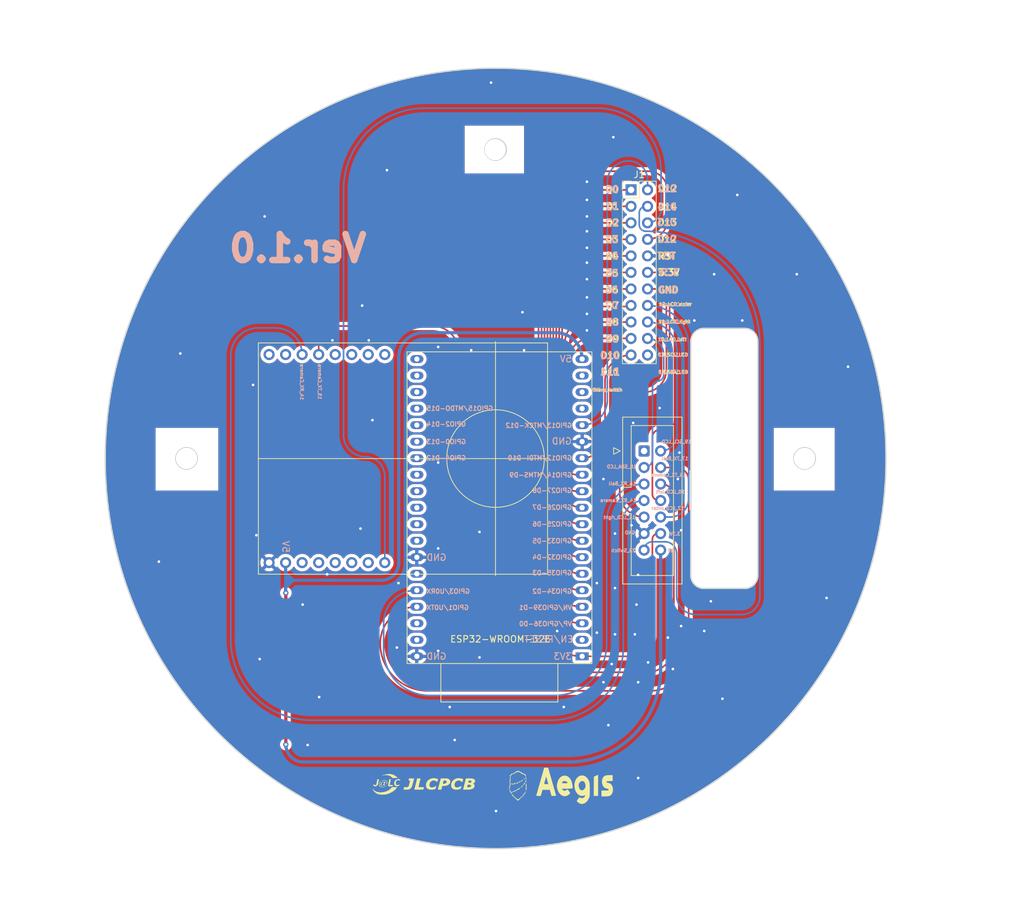
<source format=kicad_pcb>
(kicad_pcb (version 20221018) (generator pcbnew)
  (layers (0 "F.Cu" signal) (31 "B.Cu" signal) (34 "B.Paste" user) (35 "F.Paste" user) (36 "B.SilkS" user "B.Silkscreen") (37 "F.SilkS" user "F.Silkscreen") (38 "B.Mask" user) (39 "F.Mask" user) (44 "Edge.Cuts" user))
  (net 0 "")
  (net 1 "+3.3V")
  (net 7 "IR_board_RX")
  (net 8 "IR_board_TX")
  (net 9 "GND")
  (net 13 "+5V")
  (net 19 "TX_camera")
  (net 20 "RX_camera")
  (net 23 "RST")
  (net 40 "SCL_LCD")
  (net 41 "SDA_LCD")
  (net 42 "Start_switch")
  (net 43 "Data_IR_sensor")
  (net 44 "LCD-TeensyD10")
  (net 45 "LCD-TeensyD11")
  (net 46 "LCD-TeensyD12")
  (net 47 "IR_Data6_Upside")
  (net 48 "S0")
  (net 49 "S1")
  (net 50 "S2")
  (net 51 "S3")
  (net 52 "E")
  (net 53 "IR_Data1_Upside")
  (net 54 "IR_Data2_Upside")
  (net 55 "IR_Data3_Upside")
  (net 56 "IR_Data4_Upside")
  (net 57 "IR_Data5_Upside")
  (footprint "JLCPCB:JLCPCB" (layer "F.Cu") (at 108.966 150.876)
    (fp_text reference "G***" hide)
    (fp_text value "LOGO" hide)
  )
  (footprint "Connector_PinHeader_2.54mm:PinHeader_2x11_P2.54mm_Vertical" (layer "F.Cu") (at 140.8938 59.4106)
    (fp_text reference "J1" (at 1.27 -2.33) (layer "F.SilkS"))
    (fp_text value "Conn_02x11_Odd_Even")
    (pad "1" thru_hole rect (at 0 0) (size 1.7 1.7) (drill 1) (layers "*.Cu" "*.Mask") (net 43 "Data_IR_sensor"))
    (pad "2" thru_hole oval (at 2.54 0) (size 1.7 1.7) (drill 1) (layers "*.Cu" "*.Mask") (net 47 "IR_Data6_Upside"))
    (pad "3" thru_hole oval (at 0 2.54) (size 1.7 1.7) (drill 1) (layers "*.Cu" "*.Mask") (net 48 "S0"))
    (pad "4" thru_hole oval (at 2.54 2.54) (size 1.7 1.7) (drill 1) (layers "*.Cu" "*.Mask") (net 42 "Start_switch"))
    (pad "5" thru_hole oval (at 0 5.08) (size 1.7 1.7) (drill 1) (layers "*.Cu" "*.Mask") (net 49 "S1"))
    (pad "6" thru_hole oval (at 2.54 5.08) (size 1.7 1.7) (drill 1) (layers "*.Cu" "*.Mask") (net 23 "RST"))
    (pad "7" thru_hole oval (at 0 7.62) (size 1.7 1.7) (drill 1) (layers "*.Cu" "*.Mask") (net 50 "S2"))
    (pad "8" thru_hole oval (at 2.54 7.62) (size 1.7 1.7) (drill 1) (layers "*.Cu" "*.Mask") (net 1 "+3.3V"))
    (pad "9" thru_hole oval (at 0 10.16) (size 1.7 1.7) (drill 1) (layers "*.Cu" "*.Mask") (net 51 "S3"))
    (pad "10" thru_hole oval (at 2.54 10.16) (size 1.7 1.7) (drill 1) (layers "*.Cu" "*.Mask") (net 9 "GND"))
    (pad "11" thru_hole oval (at 0 12.7) (size 1.7 1.7) (drill 1) (layers "*.Cu" "*.Mask") (net 52 "E"))
    (pad "12" thru_hole oval (at 2.54 12.7) (size 1.7 1.7) (drill 1) (layers "*.Cu" "*.Mask") (net 44 "LCD-TeensyD10"))
    (pad "13" thru_hole oval (at 0 15.24) (size 1.7 1.7) (drill 1) (layers "*.Cu" "*.Mask") (net 53 "IR_Data1_Upside"))
    (pad "14" thru_hole oval (at 2.54 15.24) (size 1.7 1.7) (drill 1) (layers "*.Cu" "*.Mask") (net 45 "LCD-TeensyD11"))
    (pad "15" thru_hole oval (at 0 17.78) (size 1.7 1.7) (drill 1) (layers "*.Cu" "*.Mask") (net 54 "IR_Data2_Upside"))
    (pad "16" thru_hole oval (at 2.54 17.78) (size 1.7 1.7) (drill 1) (layers "*.Cu" "*.Mask") (net 46 "LCD-TeensyD12"))
    (pad "17" thru_hole oval (at 0 20.32) (size 1.7 1.7) (drill 1) (layers "*.Cu" "*.Mask") (net 55 "IR_Data3_Upside"))
    (pad "18" thru_hole oval (at 2.54 20.32) (size 1.7 1.7) (drill 1) (layers "*.Cu" "*.Mask") (net 40 "SCL_LCD"))
    (pad "19" thru_hole oval (at 0 22.86) (size 1.7 1.7) (drill 1) (layers "*.Cu" "*.Mask") (net 56 "IR_Data4_Upside"))
    (pad "20" thru_hole oval (at 2.54 22.86) (size 1.7 1.7) (drill 1) (layers "*.Cu" "*.Mask") (net 41 "SDA_LCD"))
    (pad "21" thru_hole oval (at 0 25.4) (size 1.7 1.7) (drill 1) (layers "*.Cu" "*.Mask") (net 57 "IR_Data5_Upside"))
    (pad "22" thru_hole oval (at 2.54 25.4) (size 1.7 1.7) (drill 1) (layers "*.Cu" "*.Mask"))
  )
  (footprint "ESP32mod:ESP32-DevKitC" (layer "F.Cu") (at 133.3754 131.15 180)
    (fp_text reference "ESP1" hide)
    (fp_text value "~" hide)
    (fp_text user "GPIO14/MTMS-D9" (at 1.5 27.88728 unlocked) (layer "B.SilkS") (effects (font (size 0.7 0.7)) (justify left mirror)))
    (fp_text user "GND" (at 1.5 33.08728 unlocked) (layer "B.SilkS") (effects (justify left mirror)))
    (fp_text user "GPIO3/U0RX" (at 24 10 unlocked) (layer "B.SilkS") (effects (font (size 0.7 0.7)) (justify right mirror)))
    (fp_text user "GPIO12/MTDI-D10" (at 1.5 30.5 unlocked) (layer "B.SilkS") (effects (font (size 0.7 0.7)) (justify left mirror)))
    (fp_text user "GPIO35-D3" (at 1.5 12.83728 unlocked) (layer "B.SilkS") (effects (font (size 0.7 0.7)) (justify left mirror)))
    (fp_text user "GPIO26-D7" (at 1.5 22.90728 unlocked) (layer "B.SilkS") (effects (font (size 0.7 0.7)) (justify left mirror)))
    (fp_text user "GPIO25-D6" (at 1.5 20.33728 unlocked) (layer "B.SilkS") (effects (font (size 0.7 0.7)) (justify left mirror)))
    (fp_text user "GPIO4-D12" (at 24 30.5 unlocked) (layer "B.SilkS") (effects (font (size 0.7 0.7)) (justify right mirror)))
    (fp_text user "VN/GPIO39-D1" (at 1.5 7.5 unlocked) (layer "B.SilkS") (effects (font (size 0.7 0.7)) (justify left mirror)))
    (fp_text user "GPIO32-D4" (at 1.5 15.24728 unlocked) (layer "B.SilkS") (effects (font (size 0.7 0.7)) (justify left mirror)))
    (fp_text user "GND" (at 24 15.20728 unlocked) (layer "B.SilkS") (effects (justify right mirror)))
    (fp_text user "GPIO1/U0TX" (at 24 7.5 unlocked) (layer "B.SilkS") (effects (font (size 0.7 0.7)) (justify right mirror)))
    (fp_text user "5V" (at 1.5 45.73728 unlocked) (layer "B.SilkS") (effects (justify left mirror)))
    (fp_text user "3V3" (at 1.5 0 unlocked) (layer "B.SilkS") (effects (justify left mirror)))
    (fp_text user "GPIO15/MTDO-D15" (at 24 38.12728 unlocked) (layer "B.SilkS") (effects (font (size 0.7 0.7)) (justify right mirror)))
    (fp_text user "GPIO13/MTCK-D12" (at 1.5 35.5 unlocked) (layer "B.SilkS") (effects (font (size 0.7 0.7)) (justify left mirror)))
    (fp_text user "GPIO0-D13" (at 24 33 unlocked) (layer "B.SilkS") (effects (font (size 0.7 0.7)) (justify right mirror)))
    (fp_text user "GPIO34-D2" (at 1.5 10 unlocked) (layer "B.SilkS") (effects (font (size 0.7 0.7)) (justify left mirror)))
    (fp_text user "GPIO2-D14" (at 24 35.70728 unlocked) (layer "B.SilkS") (effects (font (size 0.7 0.7)) (justify right mirror)))
    (fp_text user "GPIO27-D8" (at 1.5 25.5 unlocked) (layer "B.SilkS") (effects (font (size 0.7 0.7)) (justify left mirror)))
    (fp_text user "EN/RESET" (at 9 2.63728 unlocked) (layer "B.SilkS") (effects (justify right mirror)))
    (fp_text user "GND" (at 24 0 unlocked) (layer "B.SilkS") (effects (justify right mirror)))
    (fp_text user "VP/GPIO36-D0" (at 1.5 5 unlocked) (layer "B.SilkS") (effects (font (size 0.7 0.7)) (justify left mirror)))
    (fp_text user "GPIO33-D5" (at 1.5 17.74728 unlocked) (layer "B.SilkS") (effects (font (size 0.7 0.7)) (justify left mirror)))
    (pad "1" thru_hole rect (at 0 0 90) (size 1.2 2) (drill 0.8) (layers "*.Cu" "*.Mask") (net 1 "+3.3V"))
    (pad "2" thru_hole oval (at 0 2.54 90) (size 1.2 2) (drill 0.8) (layers "*.Cu" "*.Mask"))
    (pad "3" thru_hole oval (at 0 5.08 90) (size 1.2 2) (drill 0.8) (layers "*.Cu" "*.Mask") (net 43 "Data_IR_sensor"))
    (pad "4" thru_hole oval (at 0 7.62 90) (size 1.2 2) (drill 0.8) (layers "*.Cu" "*.Mask") (net 48 "S0"))
    (pad "5" thru_hole oval (at 0 10.16 90) (size 1.2 2) (drill 0.8) (layers "*.Cu" "*.Mask") (net 49 "S1"))
    (pad "6" thru_hole oval (at 0 12.7 90) (size 1.2 2) (drill 0.8) (layers "*.Cu" "*.Mask") (net 50 "S2"))
    (pad "7" thru_hole oval (at 0 15.24 90) (size 1.2 2) (drill 0.8) (layers "*.Cu" "*.Mask") (net 51 "S3"))
    (pad "8" thru_hole oval (at 0 17.78 90) (size 1.2 2) (drill 0.8) (layers "*.Cu" "*.Mask") (net 52 "E"))
    (pad "9" thru_hole oval (at 0 20.32 90) (size 1.2 2) (drill 0.8) (layers "*.Cu" "*.Mask") (net 53 "IR_Data1_Upside"))
    (pad "10" thru_hole oval (at 0 22.86 90) (size 1.2 2) (drill 0.8) (layers "*.Cu" "*.Mask") (net 54 "IR_Data2_Upside"))
    (pad "11" thru_hole oval (at 0 25.4 90) (size 1.2 2) (drill 0.8) (layers "*.Cu" "*.Mask") (net 55 "IR_Data3_Upside"))
    (pad "12" thru_hole oval (at 0 27.94 90) (size 1.2 2) (drill 0.8) (layers "*.Cu" "*.Mask") (net 56 "IR_Data4_Upside"))
    (pad "13" thru_hole oval (at 0 30.48 90) (size 1.2 2) (drill 0.8) (layers "*.Cu" "*.Mask") (net 57 "IR_Data5_Upside"))
    (pad "14" thru_hole oval (at 0 33.02 90) (size 1.2 2) (drill 0.8) (layers "*.Cu" "*.Mask") (net 9 "GND"))
    (pad "15" thru_hole oval (at 0 35.56 90) (size 1.2 2) (drill 0.8) (layers "*.Cu" "*.Mask") (net 47 "IR_Data6_Upside"))
    (pad "16" thru_hole oval (at 0 38.1 90) (size 1.2 2) (drill 0.8) (layers "*.Cu" "*.Mask"))
    (pad "17" thru_hole oval (at 0 40.64 90) (size 1.2 2) (drill 0.8) (layers "*.Cu" "*.Mask"))
    (pad "18" thru_hole oval (at 0 43.18 90) (size 1.2 2) (drill 0.8) (layers "*.Cu" "*.Mask"))
    (pad "19" thru_hole oval (at 0 45.72 90) (size 1.2 2) (drill 0.8) (layers "*.Cu" "*.Mask") (net 13 "+5V"))
    (pad "20" thru_hole oval (at 25.39632 45.71728 90) (size 1.2 2) (drill 0.8) (layers "*.Cu" "*.Mask"))
    (pad "21" thru_hole oval (at 25.39632 43.17728 90) (size 1.2 2) (drill 0.8) (layers "*.Cu" "*.Mask"))
    (pad "22" thru_hole oval (at 25.4 40.64 90) (size 1.2 2) (drill 0.8) (layers "*.Cu" "*.Mask"))
    (pad "23" thru_hole oval (at 25.4 38.1 90) (size 1.2 2) (drill 0.8) (layers "*.Cu" "*.Mask"))
    (pad "24" thru_hole oval (at 25.4 35.56 90) (size 1.2 2) (drill 0.8) (layers "*.Cu" "*.Mask"))
    (pad "25" thru_hole oval (at 25.4 33.02 90) (size 1.2 2) (drill 0.8) (layers "*.Cu" "*.Mask"))
    (pad "26" thru_hole oval (at 25.4 30.48 90) (size 1.2 2) (drill 0.8) (layers "*.Cu" "*.Mask"))
    (pad "27" thru_hole oval (at 25.4 27.94 90) (size 1.2 2) (drill 0.8) (layers "*.Cu" "*.Mask"))
    (pad "28" thru_hole oval (at 25.4 25.4 90) (size 1.2 2) (drill 0.8) (layers "*.Cu" "*.Mask"))
    (pad "29" thru_hole oval (at 25.4 22.86 90) (size 1.2 2) (drill 0.8) (layers "*.Cu" "*.Mask"))
    (pad "30" thru_hole oval (at 25.4 20.32 90) (size 1.2 2) (drill 0.8) (layers "*.Cu" "*.Mask"))
    (pad "31" thru_hole oval (at 25.4 17.78 90) (size 1.2 2) (drill 0.8) (layers "*.Cu" "*.Mask"))
    (pad "32" thru_hole oval (at 25.4 15.24 90) (size 1.2 2) (drill 0.8) (layers "*.Cu" "*.Mask") (net 9 "GND"))
    (pad "33" thru_hole oval (at 25.4 12.7 90) (size 1.2 2) (drill 0.8) (layers "*.Cu" "*.Mask"))
    (pad "34" thru_hole oval (at 25.4 10.16 90) (size 1.2 2) (drill 0.8) (layers "*.Cu" "*.Mask") (net 7 "IR_board_RX"))
    (pad "35" thru_hole oval (at 25.4 7.62 90) (size 1.2 2) (drill 0.8) (layers "*.Cu" "*.Mask") (net 8 "IR_board_TX"))
    (pad "36" thru_hole oval (at 25.4 5.08 90) (size 1.2 2) (drill 0.8) (layers "*.Cu" "*.Mask"))
    (pad "37" thru_hole oval (at 25.4 2.54 90) (size 1.2 2) (drill 0.8) (layers "*.Cu" "*.Mask"))
    (pad "38" thru_hole oval (at 25.4 0 90) (size 1.2 2) (drill 0.8) (layers "*.Cu" "*.Mask") (net 9 "GND"))
  )
  (footprint "MountingHole:MountingHole_3.2mm_M3" (layer "F.Cu") (at 72.58 100.71)
    (fp_text reference "REF**" hide)
    (fp_text value "MountingHole_3.2mm_M3")
    (pad "" np_thru_hole circle (at 0 0) (size 3.2 3.2) (drill 3.2) (layers "F&B.Cu" "*.Mask"))
  )
  (footprint "MountingHole:MountingHole_3.2mm_M3" (layer "F.Cu") (at 120.02 53.23)
    (fp_text reference "REF**" hide)
    (fp_text value "MountingHole_3.2mm_M3")
    (pad "" np_thru_hole circle (at 0 0) (size 3.2 3.2) (drill 3.2) (layers "*.Cu" "*.Mask"))
  )
  (footprint "Connector_IDC:IDC-Header_2x07_P2.54mm_Vertical" (layer "F.Cu") (at 142.9004 99.568)
    (fp_text reference "J2" hide)
    (fp_text value "Conn_02x07_Top_Bottom")
    (pad "1" thru_hole roundrect (at 0 0) (size 1.7 1.7) (drill 1) (layers "*.Cu" "*.Mask") (roundrect_rratio 0.1470588235))
    (pad "2" thru_hole circle (at 2.54 0) (size 1.7 1.7) (drill 1) (layers "*.Cu" "*.Mask") (net 40 "SCL_LCD"))
    (pad "3" thru_hole circle (at 0 2.54) (size 1.7 1.7) (drill 1) (layers "*.Cu" "*.Mask") (net 41 "SDA_LCD"))
    (pad "4" thru_hole circle (at 2.54 2.54) (size 1.7 1.7) (drill 1) (layers "*.Cu" "*.Mask") (net 8 "IR_board_TX"))
    (pad "5" thru_hole circle (at 0 5.08) (size 1.7 1.7) (drill 1) (layers "*.Cu" "*.Mask") (net 7 "IR_board_RX"))
    (pad "6" thru_hole circle (at 2.54 5.08) (size 1.7 1.7) (drill 1) (layers "*.Cu" "*.Mask") (net 19 "TX_camera"))
    (pad "7" thru_hole circle (at 0 7.62) (size 1.7 1.7) (drill 1) (layers "*.Cu" "*.Mask") (net 20 "RX_camera"))
    (pad "8" thru_hole circle (at 2.54 7.62) (size 1.7 1.7) (drill 1) (layers "*.Cu" "*.Mask") (net 44 "LCD-TeensyD10"))
    (pad "9" thru_hole circle (at 0 10.16) (size 1.7 1.7) (drill 1) (layers "*.Cu" "*.Mask") (net 45 "LCD-TeensyD11"))
    (pad "10" thru_hole circle (at 2.54 10.16) (size 1.7 1.7) (drill 1) (layers "*.Cu" "*.Mask") (net 46 "LCD-TeensyD12"))
    (pad "11" thru_hole circle (at 0 12.7) (size 1.7 1.7) (drill 1) (layers "*.Cu" "*.Mask") (net 9 "GND"))
    (pad "12" thru_hole circle (at 2.54 12.7) (size 1.7 1.7) (drill 1) (layers "*.Cu" "*.Mask") (net 1 "+3.3V"))
    (pad "13" thru_hole circle (at 0 15.24) (size 1.7 1.7) (drill 1) (layers "*.Cu" "*.Mask") (net 42 "Start_switch"))
    (pad "14" thru_hole circle (at 2.54 15.24) (size 1.7 1.7) (drill 1) (layers "*.Cu" "*.Mask") (net 13 "+5V"))
  )
  (footprint "Aegis:ver4" (layer "F.Cu") (at 129.794 150.876)
    (fp_text reference "G***" hide)
    (fp_text value "LOGO" hide)
  )
  (footprint "MountingHole:MountingHole_3.2mm_M3" (layer "F.Cu") (at 167.57 100.72)
    (fp_text reference "REF**" hide)
    (fp_text value "MountingHole_3.2mm_M3")
    (pad "" np_thru_hole circle (at 0 0) (size 3.2 3.2) (drill 3.2) (layers "F&B.Cu" "*.Mask"))
  )
  (footprint "Open_MV:OpenMV" (layer "F.Cu") (at 128.0668 100.7364 -90)
    (fp_text reference "U17" hide)
    (fp_text value "open_mv")
    (pad "1" thru_hole circle (at -16 25.019 270) (size 1.7 1.7) (drill 1) (layers "*.Cu" "*.Mask"))
    (pad "2" thru_hole circle (at -16 27.559 270) (size 1.7 1.7) (drill 1) (layers "*.Cu" "*.Mask"))
    (pad "3" thru_hole circle (at -16 30.099 270) (size 1.7 1.7) (drill 1) (layers "*.Cu" "*.Mask"))
    (pad "4" thru_hole circle (at -16 32.639 270) (size 1.7 1.7) (drill 1) (layers "*.Cu" "*.Mask"))
    (pad "5" thru_hole circle (at -16 35.179 270) (size 1.7 1.7) (drill 1) (layers "*.Cu" "*.Mask") (net 19 "TX_camera"))
    (pad "6" thru_hole circle (at -16 37.719 270) (size 1.7 1.7) (drill 1) (layers "*.Cu" "*.Mask") (net 20 "RX_camera"))
    (pad "7" thru_hole circle (at -16 40.259 270) (size 1.7 1.7) (drill 1) (layers "*.Cu" "*.Mask"))
    (pad "8" thru_hole circle (at -16 42.799 270) (size 1.7 1.7) (drill 1) (layers "*.Cu" "*.Mask"))
    (pad "9" thru_hole circle (at 16 25.019 270) (size 1.7 1.7) (drill 1) (layers "*.Cu" "*.Mask") (net 23 "RST"))
    (pad "10" thru_hole circle (at 16 27.559 270) (size 1.7 1.7) (drill 1) (layers "*.Cu" "*.Mask"))
    (pad "11" thru_hole circle (at 16 30.099 270) (size 1.7 1.7) (drill 1) (layers "*.Cu" "*.Mask"))
    (pad "12" thru_hole circle (at 16 32.639 270) (size 1.7 1.7) (drill 1) (layers "*.Cu" "*.Mask"))
    (pad "13" thru_hole circle (at 16 35.179 270) (size 1.7 1.7) (drill 1) (layers "*.Cu" "*.Mask"))
    (pad "14" thru_hole circle (at 16 37.719 270) (size 1.7 1.7) (drill 1) (layers "*.Cu" "*.Mask"))
    (pad "15" thru_hole circle (at 16 40.259 270) (size 1.7 1.7) (drill 1) (layers "*.Cu" "*.Mask") (net 13 "+5V"))
    (pad "16" thru_hole circle (at 16 42.799 270) (size 1.7 1.7) (drill 1) (layers "*.Cu" "*.Mask") (net 9 "GND"))
  )
  (gr_line (start 160.391289 82.71) (end 160.391289 118.71) (stroke (width 0.2)) (layer "Edge.Cuts"))
  (gr_line (start 150.08 118.71) (end 150.08 82.71) (stroke (width 0.2)) (layer "Edge.Cuts"))
  (gr_circle (center 72.58 100.71) (end 70.93 100.71) (stroke (width 0.2)) (fill none) (layer "Edge.Cuts"))
  (gr_arc (start 160.391289 118.71) (mid 159.805503 120.124214) (end 158.391289 120.71) (stroke (width 0.2)) (layer "Edge.Cuts"))
  (gr_arc (start 150.08 82.71) (mid 150.665786 81.295786) (end 152.08 80.71) (stroke (width 0.2)) (layer "Edge.Cuts"))
  (gr_arc (start 158.391289 80.71) (mid 159.805503 81.295786) (end 160.391289 82.71) (stroke (width 0.2)) (layer "Edge.Cuts"))
  (gr_line (start 158.391289 120.71) (end 152.08 120.71) (stroke (width 0.2)) (layer "Edge.Cuts"))
  (gr_circle (center 120.08 53.21) (end 118.43 53.21) (stroke (width 0.2)) (fill none) (layer "Edge.Cuts"))
  (gr_line (start 152.08 80.71) (end 158.391289 80.71) (stroke (width 0.2)) (layer "Edge.Cuts"))
  (gr_arc (start 152.08 120.71) (mid 150.665786 120.124214) (end 150.08 118.71) (stroke (width 0.2)) (layer "Edge.Cuts"))
  (gr_circle (center 167.58 100.71) (end 165.93 100.71) (stroke (width 0.2)) (fill none) (layer "Edge.Cuts"))
  (gr_circle (center 120.08 100.71) (end 60.08 100.71) (stroke (width 0.2)) (fill none) (layer "Edge.Cuts"))
  (gr_text "15_TX_Camera" (at 149.4286 103.5444) (layer "B.SilkS") (effects (font (size 0.5 0.5) (thickness 0.125) bold) (justify left bottom mirror)))
  (gr_text "D14" (at 148.0566 62.611) (layer "B.SilkS") (effects (font (size 1 1) (thickness 0.25) bold) (justify left bottom mirror)))
  (gr_text "D6" (at 139.0142 75.3872) (layer "B.SilkS") (effects (font (size 1 1) (thickness 0.25) bold) (justify left bottom mirror)))
  (gr_text "11_LCD_right\n" (at 150.0378 79.9592) (layer "B.SilkS") (effects (font (size 0.5 0.5) (thickness 0.125) bold) (justify left bottom mirror)))
  (gr_text "17_TX_Ball" (at 149.7486 101.0244) (layer "B.SilkS") (effects (font (size 0.5 0.5) (thickness 0.125) bold) (justify left bottom mirror)))
  (gr_text "D12" (at 148.0058 67.5894) (layer "B.SilkS") (effects (font (size 1 1) (thickness 0.25) bold) (justify left bottom mirror)))
  (gr_text "D13\n" (at 148.0058 64.9732) (layer "B.SilkS") (effects (font (size 1 1) (thickness 0.25) bold) (justify left bottom mirror)))
  (gr_text "Ver.1.0\n" (at 89.68 68.41) (layer "B.SilkS") (effects (font (size 4 4) (thickness 1) bold) (justify mirror)))
  (gr_text "11_LCD_right\n" (at 141.6086 110.0644) (layer "B.SilkS") (effects (font (size 0.5 0.5) (thickness 0.125) bold) (justify left bottom mirror)))
  (gr_text "15_TX_Camera" (at 92.7608 91.694 -90) (layer "B.SilkS") (effects (font (size 0.5 0.5) (thickness 0.125) bold) (justify left bottom mirror)))
  (gr_text "Start_switch" (at 139.3952 90.4494) (layer "B.SilkS") (effects (font (size 0.5 0.5) (thickness 0.125) bold) (justify left bottom mirror)))
  (gr_text "16_RX_Ball" (at 141.7086 104.8744) (layer "B.SilkS") (effects (font (size 0.5 0.5) (thickness 0.125) bold) (justify left bottom mirror)))
  (gr_text "D10" (at 139.2428 85.471) (layer "B.SilkS") (effects (font (size 1 1) (thickness 0.25) bold) (justify left bottom mirror)))
  (gr_text "D4" (at 139.065 70.1548) (layer "B.SilkS") (effects (font (size 1 1) (thickness 0.25) bold) (justify left bottom mirror)))
  (gr_text "23_Switch\n" (at 141.6786 115.1644) (layer "B.SilkS") (effects (font (size 0.5 0.5) (thickness 0.125) bold) (justify left bottom mirror)))
  (gr_text "14_RX_Camera" (at 141.7486 107.4544) (layer "B.SilkS") (effects (font (size 0.5 0.5) (thickness 0.125) bold) (justify left bottom mirror)))
  (gr_text "10_LCD_left\n" (at 149.5806 82.7024) (layer "B.SilkS") (effects (font (size 0.5 0.5) (thickness 0.125) bold) (justify left bottom mirror)))
  (gr_text "D12" (at 148.0312 59.817) (layer "B.SilkS") (effects (font (size 1 1) (thickness 0.25) bold) (justify left bottom mirror)))
  (gr_text "19_SCL_LCD" (at 149.5806 85.0392) (layer "B.SilkS") (effects (font (size 0.5 0.5) (thickness 0.125) bold) (justify left bottom mirror)))
  (gr_text "D5" (at 139.065 72.7964) (layer "B.SilkS") (effects (font (size 1 1) (thickness 0.25) bold) (justify left bottom mirror)))
  (gr_text "D8" (at 139.065 80.3402) (layer "B.SilkS") (effects (font (size 1 1) (thickness 0.25) bold) (justify left bottom mirror)))
  (gr_text "18_SDA_LCD" (at 141.7886 102.2744) (layer "B.SilkS") (effects (font (size 0.5 0.5) (thickness 0.125) bold) (justify left bottom mirror)))
  (gr_text "RST\n" (at 147.8534 70.1548) (layer "B.SilkS") (effects (font (size 1 1) (thickness 0.25) bold) (justify left bottom mirror)))
  (gr_text "12_LCD_enter\n" (at 149.1286 108.6644) (layer "B.SilkS") (effects (font (size 0.5 0.5) (thickness 0.125) bold) (justify left bottom mirror)))
  (gr_text "D9" (at 139.0904 82.931) (layer "B.SilkS") (effects (font (size 1 1) (thickness 0.25) bold) (justify left bottom mirror)))
  (gr_text "18_SDA_LCD" (at 149.6822 87.6808) (layer "B.SilkS") (effects (font (size 0.5 0.5) (thickness 0.125) bold) (justify left bottom mirror)))
  (gr_text "GND" (at 141.5686 112.4144) (layer "B.SilkS") (effects (font (size 0.5 0.5) (thickness 0.125) bold) (justify left bottom mirror)))
  (gr_text "GND" (at 148.2344 75.3872) (layer "B.SilkS") (effects (font (size 1 1) (thickness 0.25) bold) (justify left bottom mirror)))
  (gr_text "D11" (at 139.2174 87.9856) (layer "B.SilkS") (effects (font (size 1 1) (thickness 0.25) bold) (justify left bottom mirror)))
  (gr_text "10_LCD_left\n" (at 149.2086 106.1344) (layer "B.SilkS") (effects (font (size 0.5 0.5) (thickness 0.125) bold) (justify left bottom mirror)))
  (gr_text "D0" (at 139.0904 59.9694) (layer "B.SilkS") (effects (font (size 1 1) (thickness 0.25) bold) (justify left bottom mirror)))
  (gr_text "12_LCD_enter\n" (at 150.2156 77.3176) (layer "B.SilkS") (effects (font (size 0.5 0.5) (thickness 0.125) bold) (justify left bottom mirror)))
  (gr_text "D2" (at 139.0904 65.1002) (layer "B.SilkS") (effects (font (size 1 1) (thickness 0.25) bold) (justify left bottom mirror)))
  (gr_text "5V" (at 147.5486 115.2144) (layer "B.SilkS") (effects (font (size 0.5 0.5) (thickness 0.125) bold) (justify left bottom mirror)))
  (gr_text "D7" (at 139.0396 77.7748) (layer "B.SilkS") (effects (font (size 1 1) (thickness 0.25) bold) (justify left bottom mirror)))
  (gr_text "D3" (at 139.065 67.6148) (layer "B.SilkS") (effects (font (size 1 1) (thickness 0.25) bold) (justify left bottom mirror)))
  (gr_text "14_RX_Camera" (at 90.0176 91.7956 -90) (layer "B.SilkS") (effects (font (size 0.5 0.5) (thickness 0.125) bold) (justify left bottom mirror)))
  (gr_text "3.3V" (at 148.4376 72.6948) (layer "B.SilkS") (effects (font (size 1 1) (thickness 0.25) bold) (justify left bottom mirror)))
  (gr_text "3.3V" (at 148.5386 112.6044) (layer "B.SilkS") (effects (font (size 0.5 0.5) (thickness 0.125) bold) (justify left bottom mirror)))
  (gr_text "19_SCL_LCD" (at 150.2286 98.4344) (layer "B.SilkS") (effects (font (size 0.5 0.5) (thickness 0.125) bold) (justify left bottom mirror)))
  (gr_text "D1\n" (at 139.0142 62.5094) (layer "B.SilkS") (effects (font (size 1 1) (thickness 0.25) bold) (justify left bottom mirror)))
  (gr_text "5V" (at 87.8332 115.2906 -90) (layer "B.SilkS") (effects (font (size 1 1)) (justify left mirror)))
  (gr_text "D1\n" (at 136.9314 62.5348) (layer "F.SilkS") (effects (font (size 1 1) (thickness 0.25) bold) (justify left bottom)))
  (gr_text "D9" (at 136.9314 82.931) (layer "F.SilkS") (effects (font (size 1 1) (thickness 0.25) bold) (justify left bottom)))
  (gr_text "D3" (at 136.8298 67.6148) (layer "F.SilkS") (effects (font (size 1 1) (thickness 0.25) bold) (justify left bottom)))
  (gr_text "D11" (at 136.0932 88.011) (layer "F.SilkS") (effects (font (size 1 1) (thickness 0.25) bold) (justify left bottom)))
  (gr_text "D12" (at 144.8308 67.5894) (layer "F.SilkS") (effects (font (size 1 1) (thickness 0.25) bold) (justify left bottom)))
  (gr_text "12_LCD_enter\n" (at 145.1356 77.2922) (layer "F.SilkS") (effects (font (size 0.5 0.5) (thickness 0.125) bold) (justify left bottom)))
  (gr_text "D8" (at 136.8806 80.3402) (layer "F.SilkS") (effects (font (size 1 1) (thickness 0.25) bold) (justify left bottom)))
  (gr_text "Start_switch" (at 134.9756 90.4748) (layer "F.SilkS") (effects (font (size 0.5 0.5) (thickness 0.125) bold) (justify left bottom)))
  (gr_text "18_SDA_LCD" (at 145.0594 87.7316) (layer "F.SilkS") (effects (font (size 0.5 0.5) (thickness 0.125) bold) (justify left bottom)))
  (gr_text "D0" (at 136.8806 59.944) (layer "F.SilkS") (effects (font (size 1 1) (thickness 0.25) bold) (justify left bottom)))
  (gr_text "3.3V" (at 144.9324 72.6948) (layer "F.SilkS") (effects (font (size 1 1) (thickness 0.25) bold) (justify left bottom)))
  (gr_text "GND" (at 144.9578 75.3872) (layer "F.SilkS") (effects (font (size 1 1) (thickness 0.25) bold) (justify left bottom)))
  (gr_text "11_LCD_right\n" (at 145.0848 79.9846) (layer "F.SilkS") (effects (font (size 0.5 0.5) (thickness 0.125) bold) (justify left bottom)))
  (gr_text "D5" (at 136.8298 72.8218) (layer "F.SilkS") (effects (font (size 1 1) (thickness 0.25) bold) (justify left bottom)))
  (gr_text "D4" (at 136.8806 70.1802) (layer "F.SilkS") (effects (font (size 1 1) (thickness 0.25) bold) (justify left bottom)))
  (gr_text "RST\n" (at 144.8562 70.1802) (layer "F.SilkS") (effects (font (size 1 1) (thickness 0.25) bold) (justify left bottom)))
  (gr_text "D10" (at 136.0932 85.471) (layer "F.SilkS") (effects (font (size 1 1) (thickness 0.25) bold) (justify left bottom)))
  (gr_text "D6" (at 136.8298 75.3872) (layer "F.SilkS") (effects (font (size 1 1) (thickness 0.25) bold) (justify left bottom)))
  (gr_text "D7" (at 136.8806 77.8002) (layer "F.SilkS") (effects (font (size 1 1) (thickness 0.25) bold) (justify left bottom)))
  (gr_text "D14" (at 144.8816 62.6364) (layer "F.SilkS") (effects (font (size 1 1) (thickness 0.25) bold) (justify left bottom)))
  (gr_text "D13\n" (at 144.8562 64.9986) (layer "F.SilkS") (effects (font (size 1 1) (thickness 0.25) bold) (justify left bottom)))
  (gr_text "D12" (at 144.8816 59.817) (layer "F.SilkS") (effects (font (size 1 1) (thickness 0.25) bold) (justify left bottom)))
  (gr_text "10_LCD_left\n" (at 144.9578 82.7024) (layer "F.SilkS") (effects (font (size 0.5 0.5) (thickness 0.125) bold) (justify left bottom)))
  (gr_text "D2" (at 136.906 65.0494) (layer "F.SilkS") (effects (font (size 1 1) (thickness 0.25) bold) (justify left bottom)))
  (gr_text "ESP32-WROOM-32E\n" (at 120.8278 128.4986) (layer "F.SilkS") (effects (font (size 1 1))))
  (gr_text "19_SCL_LCD" (at 145.0594 85.0646) (layer "F.SilkS") (effects (font (size 0.5 0.5) (thickness 0.125) bold) (justify left bottom)))
  (segment (start 146.5 63.964399) (end 146.5 59.539754) (width 0.25) (layer "F.Cu") (net 1))
  (segment (start 144.175 113.147018) (end 144.175 127.879549) (width 0.25) (layer "F.Cu") (net 1))
  (segment (start 145.4404 112.268) (end 145.4224 112.25) (width 0.25) (layer "F.Cu") (net 1))
  (segment (start 140.904549 131.15) (end 133.3754 131.15) (width 0.25) (layer "F.Cu") (net 1))
  (segment (start 126.675 61.43206) (end 126.675 124.449605) (width 0.25) (layer "F.Cu") (net 1))
  (segment (start 143.510246 56.55) (end 131.55706 56.55) (width 0.25) (layer "F.Cu") (net 1))
  (segment (start 145.4224 112.25) (end 145.072018 112.25) (width 0.25) (layer "F.Cu") (net 1))
  (arc (start 126.675 124.449605) (mid 128.6375 129.1875) (end 133.3754 131.15) (width 0.25) (layer "F.Cu") (net 1))
  (arc (start 143.510246 56.55) (mid 145.624321 57.425679) (end 146.5 59.539754) (width 0.25) (layer "F.Cu") (net 1))
  (arc (start 145.072018 112.25) (mid 144.43773 112.51273) (end 144.175 113.147018) (width 0.25) (layer "F.Cu") (net 1))
  (arc (start 144.175 127.879549) (mid 143.217107 130.192107) (end 140.904549 131.15) (width 0.25) (layer "F.Cu") (net 1))
  (arc (start 131.55706 56.55) (mid 128.104922 57.979922) (end 126.675 61.43206) (width 0.25) (layer "F.Cu") (net 1))
  (arc (start 143.4338 67.0306) (mid 145.601931 66.132531) (end 146.5 63.964399) (width 0.25) (layer "F.Cu") (net 1))
  (segment (start 137.16 110.388391) (end 137.16 129.176002) (width 0.25) (layer "B.Cu") (net 7))
  (segment (start 129.176002 137.16) (end 109.910502 137.16) (width 0.25) (layer "B.Cu") (net 7))
  (segment (start 107.9554 120.97) (end 107.9754 120.99) (width 0.25) (layer "B.Cu") (net 7))
  (segment (start 102.87 130.119498) (end 102.87 126.055398) (width 0.25) (layer "B.Cu") (net 7))
  (arc (start 102.87 126.055398) (mid 104.359479 122.459479) (end 107.9554 120.97) (width 0.25) (layer "B.Cu") (net 7))
  (arc (start 142.9004 104.648) (mid 138.841322 106.329322) (end 137.16 110.388391) (width 0.25) (layer "B.Cu") (net 7))
  (arc (start 137.16 129.176002) (mid 134.821541 134.821541) (end 129.176002 137.16) (width 0.25) (layer "B.Cu") (net 7))
  (arc (start 109.910502 137.16) (mid 104.932115 135.097885) (end 102.87 130.119498) (width 0.25) (layer "B.Cu") (net 7))
  (segment (start 143.889097 136.45) (end 140.7 136.45) (width 0.25) (layer "F.Cu") (net 8))
  (segment (start 149.75 126.112775) (end 149.75 126) (width 0.25) (layer "F.Cu") (net 8))
  (segment (start 149.75 126) (end 149.75 130.589097) (width 0.25) (layer "F.Cu") (net 8))
  (segment (start 149.75 126) (end 149.75 104.021694) (width 0.25) (layer "F.Cu") (net 8))
  (segment (start 109.644601 136.45) (end 144.1 136.45) (width 0.25) (layer "F.Cu") (net 8))
  (segment (start 147.836306 102.108) (end 145.4404 102.108) (width 0.25) (layer "F.Cu") (net 8))
  (arc (start 102.35 129.155403) (mid 103.997642 125.177642) (end 107.9754 123.53) (width 0.25) (layer "F.Cu") (net 8))
  (arc (start 143.889097 136.45) (mid 148.033381 134.733381) (end 149.75 130.589097) (width 0.25) (layer "F.Cu") (net 8))
  (arc (start 147.836306 102.108) (mid 149.189492 102.668508) (end 149.75 104.021694) (width 0.25) (layer "F.Cu") (net 8))
  (arc (start 102.35 129.155403) (mid 104.486539 134.313461) (end 109.644601 136.45) (width 0.25) (layer "F.Cu") (net 8))
  (via (at 145.288 92.964) (size 0.8) (drill 0.4) (layers "F.Cu" "B.Cu") (net 9))
  (via (at 153.67 72.39) (size 0.8) (drill 0.4) (layers "F.Cu" "B.Cu") (net 9))
  (via (at 138.43 127.762) (size 0.8) (drill 0.4) (layers "F.Cu" "B.Cu") (net 9))
  (via (at 111.252 83.566) (size 0.8) (drill 0.4) (layers "F.Cu" "B.Cu") (net 9))
  (via (at 134.112 63.5) (size 0.8) (drill 0.4) (layers "F.Cu" "B.Cu") (net 9))
  (via (at 136.652 103.886) (size 0.8) (drill 0.4) (layers "F.Cu" "B.Cu") (net 9))
  (via (at 116.332 84.074) (size 0.8) (drill 0.4) (layers "F.Cu" "B.Cu") (net 9))
  (via (at 129.54 127.254) (size 0.8) (drill 0.4) (layers "F.Cu" "B.Cu") (net 9))
  (via (at 134.112 78.486) (size 0.8) (drill 0.4) (layers "F.Cu" "B.Cu") (net 9))
  (via (at 124.206 78.232) (size 0.8) (drill 0.4) (layers "F.Cu" "B.Cu") (net 9))
  (via (at 90.424 123.19) (size 0.8) (drill 0.4) (layers "F.Cu" "B.Cu") (net 9))
  (via (at 84.582 63.5) (size 0.8) (drill 0.4) (layers "F.Cu" "B.Cu") (net 9))
  (via (at 135.636 127.508) (size 0.8) (drill 0.4) (layers "F.Cu" "B.Cu") (net 9))
  (via (at 141.478 127.762) (size 0.8) (drill 0.4) (layers "F.Cu" "B.Cu") (net 9))
  (via (at 134.112 65.786) (size 0.8) (drill 0.4) (layers "F.Cu" "B.Cu") (net 9))
  (via (at 150.622 79.502) (size 0.8) (drill 0.4) (layers "F.Cu" "B.Cu") (net 9))
  (via (at 140.97 110.998) (size 0.8) (drill 0.4) (layers "F.Cu" "B.Cu") (net 9))
  (via (at 174.244 86.614) (size 0.8) (drill 0.4) (layers "F.Cu" "B.Cu") (net 9))
  (via (at 148.336 99.822) (size 0.8) (drill 0.4) (layers "F.Cu" "B.Cu") (net 9))
  (via (at 99.314 111.506) (size 0.8) (drill 0.4) (layers "F.Cu" "B.Cu") (net 9))
  (via (at 111.252 114.554) (size 0.8) (drill 0.4) (layers "F.Cu" "B.Cu") (net 9))
  (via (at 134.112 68.326) (size 0.8) (drill 0.4) (layers "F.Cu" "B.Cu") (net 9))
  (via (at 148.59 111.76) (size 0.8) (drill 0.4) (layers "F.Cu" "B.Cu") (net 9))
  (via (at 146.558 128.27) (size 0.8) (drill 0.4) (layers "F.Cu" "B.Cu") (net 9))
  (via (at 147.32 133.096) (size 0.8) (drill 0.4) (layers "F.Cu" "B.Cu") (net 9))
  (via (at 99.568 77.216) (size 0.8) (drill 0.4) (layers "F.Cu" "B.Cu") (net 9))
  (via (at 117.602 112.014) (size 0.8) (drill 0.4) (layers "F.Cu" "B.Cu") (net 9))
  (via (at 138.43 120.65) (size 0.8) (drill 0.4) (layers "F.Cu" "B.Cu") (net 9))
  (via (at 157.226 60.198) (size 0.8) (drill 0.4) (layers "F.Cu" "B.Cu") (net 9))
  (via (at 91.186 144.78) (size 0.8) (drill 0.4) (layers "F.Cu" "B.Cu") (net 9))
  (via (at 153.162 122.682) (size 0.8) (drill 0.4) (layers "F.Cu" "B.Cu") (net 9))
  (via (at 130.556 138.938) (size 0.8) (drill 0.4) (layers "F.Cu" "B.Cu") (net 9))
  (via (at 135.636 119.888) (size 0.8) (drill 0.4) (layers "F.Cu" "B.Cu") (net 9))
  (via (at 154.94 137.668) (size 0.8) (drill 0.4) (layers "F.Cu" "B.Cu") (net 9))
  (via (at 138.43 112.268) (size 0.8) (drill 0.4) (layers "F.Cu" "B.Cu") (net 9))
  (via (at 134.112 73.152) (size 0.8) (drill 0.4) (layers "F.Cu" "B.Cu") (net 9))
  (via (at 141.732 123.19) (size 0.8) (drill 0.4) (layers "F.Cu" "B.Cu") (net 9))
  (via (at 134.112 70.612) (size 0.8) (drill 0.4) (layers "F.Cu" "B.Cu") (net 9))
  (via (at 141.986 149.86) (size 0.8) (drill 0.4) (layers "F.Cu" "B.Cu") (net 9))
  (via (at 92.964 137.414) (size 0.8) (drill 0.4) (layers "F.Cu" "B.Cu") (net 9))
  (via (at 141.986 118.618) (size 0.8) (drill 0.4) (layers "F.Cu" "B.Cu") (net 9))
  (via (at 113.792 144.018) (size 0.8) (drill 0.4) (layers "F.Cu" "B.Cu") (net 9))
  (via (at 141.224 95.25) (size 0.8) (drill 0.4) (layers "F.Cu" "B.Cu") (net 9))
  (via (at 120.142 154.94) (size 0.8) (drill 0.4) (layers "F.Cu" "B.Cu") (net 9))
  (via (at 111.252 130.302) (size 0.8) (drill 0.4) (layers "F.Cu" "B.Cu") (net 9))
  (via (at 134.112 58.166) (size 0.8) (drill 0.4) (layers "F.Cu" "B.Cu") (net 9))
  (via (at 103.378 56.388) (size 0.8) (drill 0.4) (layers "F.Cu" "B.Cu") (net 9))
  (via (at 138.176 51.308) (size 0.8) (drill 0.4) (layers "F.Cu" "B.Cu") (net 9))
  (via (at 166.37 72.39) (size 0.8) (drill 0.4) (layers "F.Cu" "B.Cu") (net 9))
  (via (at 148.082 103.886) (size 0.8) (drill 0.4) (layers "F.Cu" "B.Cu") (net 9))
  (via (at 134.112 81.026) (size 0.8) (drill 0.4) (layers "F.Cu" "B.Cu") (net 9))
  (via (at 68.326 116.586) (size 0.8) (drill 0.4) (layers "F.Cu" "B.Cu") (net 9))
  (via (at 148.59 126.492) (size 0.8) (drill 0.4) (layers "F.Cu" "B.Cu") (net 9))
  (via (at 137.414 141.732) (size 0.8) (drill 0.4) (layers "F.Cu" "B.Cu") (net 9))
  (via (at 105.156 119.888) (size 0.8) (drill 0.4) (layers "F.Cu" "B.Cu") (net 9))
  (via (at 83.82 131.572) (size 0.8) (drill 0.4) (layers "F.Cu" "B.Cu") (net 9))
  (via (at 82.804 89.408) (size 0.8) (drill 0.4) (layers "F.Cu" "B.Cu") (net 9))
  (via (at 157.988 79.502) (size 0.8) (drill 0.4) (layers "F.Cu" "B.Cu") (net 9))
  (via (at 104.902 129.794) (size 0.8) (drill 0.4) (layers "F.Cu" "B.Cu") (net 9))
  (via (at 111.252 101.346) (size 0.8) (drill 0.4) (layers "F.Cu" "B.Cu") (net 9))
  (via (at 83.312 112.522) (size 0.8) (drill 0.4) (layers "F.Cu" "B.Cu") (net 9))
  (via (at 134.112 75.946) (size 0.8) (drill 0.4) (layers "F.Cu" "B.Cu") (net 9))
  (via (at 170.942 122.174) (size 0.8) (drill 0.4) (layers "F.Cu" "B.Cu") (net 9))
  (via (at 143.51 132.08) (size 0.8) (drill 0.4) (layers "F.Cu" "B.Cu") (net 9))
  (via (at 152.146 127.254) (size 0.8) (drill 0.4) (layers "F.Cu" "B.Cu") (net 9))
  (via (at 113.03 138.938) (size 0.8) (drill 0.4) (layers "F.Cu" "B.Cu") (net 9))
  (via (at 94.996 82.55) (size 0.8) (drill 0.4) (layers "F.Cu" "B.Cu") (net 9))
  (via (at 141.986 135.128) (size 0.8) (drill 0.4) (layers "F.Cu" "B.Cu") (net 9))
  (via (at 136.652 135.128) (size 0.8) (drill 0.4) (layers "F.Cu" "B.Cu") (net 9))
  (via (at 94.18 118.52) (size 0.8) (drill 0.4) (layers "F.Cu" "B.Cu") (net 9))
  (via (at 146.558 69.342) (size 0.8) (drill 0.4) (layers "F.Cu" "B.Cu") (net 9))
  (via (at 71.628 84.582) (size 0.8) (drill 0.4) (layers "F.Cu" "B.Cu") (net 9))
  (via (at 137.922 132.334) (size 0.8) (drill 0.4) (layers "F.Cu" "B.Cu") (net 9))
  (via (at 119.38 42.926) (size 0.8) (drill 0.4) (layers "F.Cu" "B.Cu") (net 9))
  (via (at 124.46 84.074) (size 0.8) (drill 0.4) (layers "F.Cu" "B.Cu") (net 9))
  (via (at 117.602 131.318) (size 0.8) (drill 0.4) (layers "F.Cu" "B.Cu") (net 9))
  (via (at 100.584 82.55) (size 0.8) (drill 0.4) (layers "F.Cu" "B.Cu") (net 9))
  (via (at 134.112 60.96) (size 0.8) (drill 0.4) (layers "F.Cu" "B.Cu") (net 9))
  (via (at 101.15 94.83) (size 0.8) (drill 0.4) (layers "F.Cu" "B.Cu") (net 9))
  (segment (start 87.84 144.71) (end 87.84 121.39) (width 0.5) (layer "F.Cu") (net 13))
  (via (at 87.84 144.71) (size 0.8) (drill 0.4) (layers "F.Cu" "B.Cu") (net 13))
  (via (at 87.84 121.39) (size 0.8) (drill 0.4) (layers "F.Cu" "B.Cu") (net 13))
  (segment (start 129.325407 81.38) (end 108.995569 81.38) (width 0.5) (layer "B.Cu") (net 13))
  (segment (start 87.8078 120.58) (end 87.8078 120.0122) (width 0.5) (layer "B.Cu") (net 13))
  (segment (start 87.84 121.39) (end 87.8078 121.3578) (width 0.5) (layer "B.Cu") (net 13))
  (segment (start 87.8078 120.58) (end 87.8078 119.44) (width 0.5) (layer "B.Cu") (net 13))
  (segment (start 102.557581 119.44) (end 88.94 119.44) (width 0.5) (layer "B.Cu") (net 13))
  (segment (start 87.8078 121.3578) (end 87.8078 120.58) (width 0.5) (layer "B.Cu") (net 13))
  (segment (start 88.38 119.4122) (end 87.8078 118.84) (width 0.5) (layer "B.Cu") (net 13))
  (segment (start 87.8078 118.41) (end 87.91 118.41) (width 0.5) (layer "B.Cu") (net 13))
  (segment (start 87.8078 120.0122) (end 88.38 119.44) (width 0.5) (layer "B.Cu") (net 13))
  (segment (start 87.8078 118.84) (end 87.8078 118.41) (width 0.5) (layer "B.Cu") (net 13))
  (segment (start 145.4404 133.216623) (end 145.4404 114.808) (width 0.5) (layer "B.Cu") (net 13))
  (segment (start 88.38 119.44) (end 88.38 119.4122) (width 0.5) (layer "B.Cu") (net 13))
  (segment (start 87.8078 118.41) (end 87.8078 116.7364) (width 0.5) (layer "B.Cu") (net 13))
  (segment (start 105.19 85.185569) (end 105.19 116.807581) (width 0.5) (layer "B.Cu") (net 13))
  (segment (start 88.38 119.44) (end 87.8078 119.44) (width 0.5) (layer "B.Cu") (net 13))
  (segment (start 88.94 119.44) (end 88.38 119.44) (width 0.5) (layer "B.Cu") (net 13))
  (segment (start 87.8078 119.44) (end 87.8078 118.84) (width 0.5) (layer "B.Cu") (net 13))
  (segment (start 87.91 118.41) (end 88.94 119.44) (width 0.5) (layer "B.Cu") (net 13))
  (segment (start 88.94 119.44) (end 88.94 119.4478) (width 0.5) (layer "B.Cu") (net 13))
  (segment (start 88.94 119.4478) (end 87.8078 120.58) (width 0.5) (layer "B.Cu") (net 13))
  (segment (start 90.53 147.4) (end 131.257023 147.4) (width 0.5) (layer "B.Cu") (net 13))
  (arc (start 131.257023 147.4) (mid 141.286185 143.245785) (end 145.4404 133.216623) (width 0.5) (layer "B.Cu") (net 13))
  (arc (start 108.995569 81.38) (mid 106.304625 82.494625) (end 105.19 85.185569) (width 0.5) (layer "B.Cu") (net 13))
  (arc (start 133.3754 85.43) (mid 132.189185 82.566215) (end 129.325407 81.38) (width 0.5) (layer "B.Cu") (net 13))
  (arc (start 87.84 144.71) (mid 88.627883 146.612117) (end 90.53 147.4) (width 0.5) (layer "B.Cu") (net 13))
  (arc (start 105.19 116.807581) (mid 104.418982 118.668982) (end 102.557581 119.44) (width 0.5) (layer "B.Cu") (net 13))
  (segment (start 145.4404 104.648) (end 145.673 104.648) (width 0.5) (layer "F.Cu") (net 19))
  (segment (start 114.4 84.368162) (end 114.4 129.147365) (width 0.25) (layer "F.Cu") (net 19))
  (segment (start 145.4634 104.625) (end 145.4404 104.648) (width 0.25) (layer "F.Cu") (net 19))
  (segment (start 95.694918 80.35) (end 110.381838 80.35) (width 0.25) (layer "F.Cu") (net 19))
  (segment (start 147.475 129.434724) (end 147.475 106.636602) (width 0.25) (layer "F.Cu") (net 19))
  (segment (start 118.852635 133.6) (end 143.309724 133.6) (width 0.25) (layer "F.Cu") (net 19))
  (segment (start 92.8878 84.7364) (end 92.8878 83.157118) (width 0.25) (layer "F.Cu") (net 19))
  (segment (start 145.673 104.648) (end 145.925 104.9) (width 0.5) (layer "F.Cu") (net 19))
  (arc (start 114.4 129.147365) (mid 115.704147 132.295853) (end 118.852635 133.6) (width 0.25) (layer "F.Cu") (net 19))
  (arc (start 143.309724 133.6) (mid 146.255019 132.380019) (end 147.475 129.434724) (width 0.25) (layer "F.Cu") (net 19))
  (arc (start 95.694918 80.35) (mid 93.709986 81.172186) (end 92.8878 83.157118) (width 0.25) (layer "F.Cu") (net 19))
  (arc (start 147.475 106.636602) (mid 146.885815 105.214185) (end 145.4634 104.625) (width 0.25) (layer "F.Cu") (net 19))
  (arc (start 110.381838 80.35) (mid 113.223108 81.526892) (end 114.4 84.368162) (width 0.25) (layer "F.Cu") (net 19))
  (segment (start 91.800814 140.97) (end 128.547018 140.97) (width 0.25) (layer "B.Cu") (net 20))
  (segment (start 139.7 129.817018) (end 139.7 110.388392) (width 0.25) (layer "B.Cu") (net 20))
  (segment (start 86.256401 80.645) (end 83.61232 80.645) (width 0.25) (layer "B.Cu") (net 20))
  (segment (start 79.375 84.88232) (end 79.375 128.544186) (width 0.25) (layer "B.Cu") (net 20))
  (arc (start 79.375 84.88232) (mid 80.616082 81.886082) (end 83.61232 80.645) (width 0.25) (layer "B.Cu") (net 20))
  (arc (start 90.3478 84.7364) (mid 89.149457 81.843343) (end 86.256401 80.645) (width 0.25) (layer "B.Cu") (net 20))
  (arc (start 142.9004 107.188) (mid 140.637373 108.125373) (end 139.7 110.388392) (width 0.25) (layer "B.Cu") (net 20))
  (arc (start 79.375 128.544186) (mid 83.014437 137.330563) (end 91.800814 140.97) (width 0.25) (layer "B.Cu") (net 20))
  (arc (start 128.547018 140.97) (mid 136.433367 137.703367) (end 139.7 129.817018) (width 0.25) (layer "B.Cu") (net 20))
  (segment (start 145.51 56.644691) (end 145.51 62.414403) (width 0.25) (layer "B.Cu") (net 23))
  (segment (start 109.255657 46.85) (end 135.715309 46.85) (width 0.25) (layer "B.Cu") (net 23))
  (segment (start 96.71 97.10413) (end 96.71 59.395657) (width 0.25) (layer "B.Cu") (net 23))
  (segment (start 103.0478 116.7364) (end 103.0478 103.441911) (width 0.25) (layer "B.Cu") (net 23))
  (arc (start 143.4338 64.4906) (mid 144.901896 63.882496) (end 145.51 62.414403) (width 0.25) (layer "B.Cu") (net 23))
  (arc (start 109.255657 46.85) (mid 100.384538 50.524538) (end 96.71 59.395657) (width 0.25) (layer "B.Cu") (net 23))
  (arc (start 135.715309 46.85) (mid 142.641201 49.718799) (end 145.51 56.644691) (width 0.25) (layer "B.Cu") (net 23))
  (arc (start 103.0478 103.441911) (mid 102.174415 101.333377) (end 100.065878 100.459999) (width 0.25) (layer "B.Cu") (net 23))
  (arc (start 100.065878 100.459999) (mid 97.692914 99.477091) (end 96.71 97.10413) (width 0.25) (layer "B.Cu") (net 23))
  (segment (start 147.97 97.038406) (end 147.97 84.266792) (width 0.25) (layer "B.Cu") (net 40))
  (arc (start 147.97 84.266792) (mid 146.64138 81.05922) (end 143.4338 79.7306) (width 0.25) (layer "B.Cu") (net 40))
  (arc (start 147.97 97.038406) (mid 147.229099 98.827099) (end 145.4404 99.568) (width 0.25) (layer "B.Cu") (net 40))
  (segment (start 145.19 88.789256) (end 145.210987 88.789256) (width 0.25) (layer "B.Cu") (net 41))
  (segment (start 144.19 100.818394) (end 144.19 89.789252) (width 0.25) (layer "B.Cu") (net 41))
  (segment (start 145.92 87.83) (end 145.92 84.756805) (width 0.25) (layer "B.Cu") (net 41))
  (arc (start 145.210987 88.789256) (mid 145.723207 88.425699) (end 145.92 87.83) (width 0.25) (layer "B.Cu") (net 41))
  (arc (start 142.9004 102.108) (mid 143.812283 101.730283) (end 144.19 100.818394) (width 0.25) (layer "B.Cu") (net 41))
  (arc (start 145.19 88.789256) (mid 144.482892 89.082148) (end 144.19 89.789252) (width 0.25) (layer "B.Cu") (net 41))
  (arc (start 145.92 84.756805) (mid 145.191807 82.998793) (end 143.4338 82.2706) (width 0.25) (layer "B.Cu") (net 41))
  (segment (start 143.16 61.9506) (end 143.4338 61.9506) (width 0.25) (layer "B.Cu") (net 42))
  (segment (start 160.69 121.927607) (end 160.69 83.309997) (width 0.25) (layer "B.Cu") (net 42))
  (segment (start 142.16 64.780001) (end 142.16 62.9506) (width 0.25) (layer "B.Cu") (net 42))
  (segment (start 150.852036 124.72) (end 157.897607 124.72) (width 0.25) (layer "B.Cu") (net 42))
  (segment (start 144.17841 113.53) (end 146.090414 113.53) (width 0.25) (layer "B.Cu") (net 42))
  (segment (start 147.9 115.339586) (end 147.9 121.767964) (width 0.25) (layer "B.Cu") (net 42))
  (arc (start 143.16 65.78) (mid 155.555583 70.914417) (end 160.69 83.309997) (width 0.25) (layer "B.Cu") (net 42))
  (arc (start 157.897607 124.72) (mid 159.872127 123.902127) (end 160.69 121.927607) (width 0.25) (layer "B.Cu") (net 42))
  (arc (start 144.17841 113.53) (mid 143.27472 113.90432) (end 142.9004 114.808) (width 0.25) (layer "B.Cu") (net 42))
  (arc (start 147.9 115.339586) (mid 147.369985 114.060015) (end 146.090414 113.53) (width 0.25) (layer "B.Cu") (net 42))
  (arc (start 150.852036 124.72) (mid 148.764631 123.855369) (end 147.9 121.767964) (width 0.25) (layer "B.Cu") (net 42))
  (arc (start 143.16 61.9506) (mid 142.452893 62.243493) (end 142.16 62.9506) (width 0.25) (layer "B.Cu") (net 42))
  (arc (start 142.16 64.780001) (mid 142.452893 65.487107) (end 143.16 65.78) (width 0.25) (layer "B.Cu") (net 42))
  (segment (start 140.8794 59.425) (end 132.480738 59.425) (width 0.25) (layer "F.Cu") (net 43))
  (segment (start 127.1456 64.760138) (end 127.1456 119.840195) (width 0.25) (layer "F.Cu") (net 43))
  (segment (start 140.8938 59.4106) (end 140.8794 59.425) (width 0.25) (layer "F.Cu") (net 43))
  (arc (start 127.1456 119.840195) (mid 128.970268 124.245332) (end 133.3754 126.07) (width 0.25) (layer "F.Cu") (net 43))
  (arc (start 132.480738 59.425) (mid 128.708226 60.987626) (end 127.1456 64.760138) (width 0.25) (layer "F.Cu") (net 43))
  (segment (start 146.825 94.821352) (end 146.825 73.1106) (width 0.25) (layer "F.Cu") (net 44))
  (segment (start 145.825 72.1106) (end 143.4338 72.1106) (width 0.25) (layer "F.Cu") (net 44))
  (segment (start 144.175 106.188) (end 144.175 97.471347) (width 0.25) (layer "F.Cu") (net 44))
  (segment (start 145.4404 107.188) (end 145.175 107.188) (width 0.25) (layer "F.Cu") (net 44))
  (arc (start 145.175 107.188) (mid 144.467893 106.895107) (end 144.175 106.188) (width 0.25) (layer "F.Cu") (net 44))
  (arc (start 146.825 73.1106) (mid 146.532107 72.403493) (end 145.825 72.1106) (width 0.25) (layer "F.Cu") (net 44))
  (arc (start 145.371352 96.275) (mid 146.399236 95.849236) (end 146.825 94.821352) (width 0.25) (layer "F.Cu") (net 44))
  (arc (start 145.371352 96.275) (mid 144.525402 96.625402) (end 144.175 97.471347) (width 0.25) (layer "F.Cu") (net 44))
  (segment (start 139.15 98.8) (end 139.15 94.238106) (width 0.25) (layer "F.Cu") (net 45))
  (segment (start 146.325 87.063115) (end 146.325 76.382518) (width 0.25) (layer "F.Cu") (net 45))
  (segment (start 144.593082 74.6506) (end 143.4338 74.6506) (width 0.25) (layer "F.Cu") (net 45))
  (segment (start 139.15 98.425) (end 139.15 98.8) (width 0.25) (layer "F.Cu") (net 45))
  (segment (start 139.15 98.8) (end 139.15 105.977598) (width 0.25) (layer "F.Cu") (net 45))
  (arc (start 146.325 76.382518) (mid 145.817733 75.157867) (end 144.593082 74.6506) (width 0.25) (layer "F.Cu") (net 45))
  (arc (start 142.9004 109.728) (mid 140.248467 108.629533) (end 139.15 105.977598) (width 0.25) (layer "F.Cu") (net 45))
  (arc (start 142.838119 90.55) (mid 145.303715 89.528715) (end 146.325 87.063115) (width 0.25) (layer "F.Cu") (net 45))
  (arc (start 139.15 94.238106) (mid 140.230228 91.630214) (end 142.838119 90.55) (width 0.25) (layer "F.Cu") (net 45))
  (segment (start 145.4404 109.728) (end 146.884697 109.728) (width 0.25) (layer "B.Cu") (net 46))
  (segment (start 149.76 106.852697) (end 149.76 83.516794) (width 0.25) (layer "B.Cu") (net 46))
  (arc (start 149.76 83.516794) (mid 147.907101 79.043499) (end 143.4338 77.1906) (width 0.25) (layer "B.Cu") (net 46))
  (arc (start 146.884697 109.728) (mid 148.917843 108.885843) (end 149.76 106.852697) (width 0.25) (layer "B.Cu") (net 46))
  (segment (start 137.25 91.715402) (end 137.25 58.227854) (width 0.25) (layer "B.Cu") (net 47))
  (segment (start 143.4338 57.895935) (end 143.4338 59.4106) (width 0.25) (layer "B.Cu") (net 47))
  (arc (start 137.25 58.227854) (mid 138.204203 55.924203) (end 140.507865 54.97) (width 0.25) (layer "B.Cu") (net 47))
  (arc (start 143.4338 57.895935) (mid 142.576813 55.826987) (end 140.507865 54.97) (width 0.25) (layer "B.Cu") (net 47))
  (arc (start 133.3754 95.59) (mid 136.115157 94.455157) (end 137.25 91.715402) (width 0.25) (layer "B.Cu") (net 47))
  (segment (start 127.5956 117.750201) (end 127.5956 66.710248) (width 0.25) (layer "F.Cu") (net 48))
  (segment (start 132.355248 61.9506) (end 140.8938 61.9506) (width 0.25) (layer "F.Cu") (net 48))
  (segment (start 133.3754 123.53) (end 133.3454 123.5) (width 0.25) (layer "F.Cu") (net 48))
  (arc (start 127.5956 66.710248) (mid 128.989669 63.344669) (end 132.355248 61.9506) (width 0.25) (layer "F.Cu") (net 48))
  (arc (start 133.3454 123.5) (mid 129.279677 121.815923) (end 127.5956 117.750201) (width 0.25) (layer "F.Cu") (net 48))
  (segment (start 128.0456 69.022981) (end 128.0456 115.660201) (width 0.25) (layer "F.Cu") (net 49))
  (segment (start 140.8938 64.4906) (end 132.577981 64.4906) (width 0.25) (layer "F.Cu") (net 49))
  (arc (start 133.3754 120.99) (mid 129.606662 119.428938) (end 128.0456 115.660201) (width 0.25) (layer "F.Cu") (net 49))
  (arc (start 128.0456 69.022981) (mid 129.373104 65.818104) (end 132.577981 64.4906) (width 0.25) (layer "F.Cu") (net 49))
  (segment (start 140.8882 67.025) (end 133.263809 67.025) (width 0.25) (layer "F.Cu") (net 50))
  (segment (start 128.4956 71.793209) (end 128.4956 113.570202) (width 0.25) (layer "F.Cu") (net 50))
  (segment (start 140.8938 67.0306) (end 140.8882 67.025) (width 0.25) (layer "F.Cu") (net 50))
  (arc (start 128.4956 113.570202) (mid 129.92486 117.02074) (end 133.3754 118.45) (width 0.25) (layer "F.Cu") (net 50))
  (arc (start 133.263809 67.025) (mid 129.892176 68.421576) (end 128.4956 71.793209) (width 0.25) (layer "F.Cu") (net 50))
  (segment (start 128.9456 74.228577) (end 128.9456 111.4802) (width 0.25) (layer "F.Cu") (net 51))
  (segment (start 140.8938 69.5706) (end 133.603577 69.5706) (width 0.25) (layer "F.Cu") (net 51))
  (arc (start 133.603577 69.5706) (mid 130.30989 70.93489) (end 128.9456 74.228577) (width 0.25) (layer "F.Cu") (net 51))
  (arc (start 128.9456 111.4802) (mid 130.243058 114.612542) (end 133.3754 115.91) (width 0.25) (layer "F.Cu") (net 51))
  (segment (start 133.3454 113.4) (end 133.3754 113.37) (width 0.25) (layer "F.Cu") (net 52))
  (segment (start 140.8938 72.1106) (end 133.803825 72.1106) (width 0.25) (layer "F.Cu") (net 52))
  (segment (start 129.4 76.514425) (end 129.4 109.454595) (width 0.25) (layer "F.Cu") (net 52))
  (arc (start 133.803825 72.1106) (mid 130.68985 73.40045) (end 129.4 76.514425) (width 0.25) (layer "F.Cu") (net 52))
  (arc (start 129.4 109.454595) (mid 130.555582 112.244418) (end 133.3454 113.4) (width 0.25) (layer "F.Cu") (net 52))
  (segment (start 129.85 77.7082) (end 129.85 107.344601) (width 0.25) (layer "F.Cu") (net 53))
  (segment (start 140.8938 74.6506) (end 132.9076 74.6506) (width 0.25) (layer "F.Cu") (net 53))
  (segment (start 133.3554 110.85) (end 133.3754 110.83) (width 0.25) (layer "F.Cu") (net 53))
  (arc (start 129.85 107.344601) (mid 130.876708 109.823292) (end 133.3554 110.85) (width 0.25) (layer "F.Cu") (net 53))
  (arc (start 129.85 77.7082) (mid 130.74555 75.54615) (end 132.9076 74.6506) (width 0.25) (layer "F.Cu") (net 53))
  (segment (start 140.7344 77.35) (end 133.241009 77.35) (width 0.25) (layer "F.Cu") (net 54))
  (segment (start 140.8938 77.1906) (end 140.7344 77.35) (width 0.25) (layer "F.Cu") (net 54))
  (segment (start 130.3 80.291009) (end 130.3 105.214591) (width 0.25) (layer "F.Cu") (net 54))
  (arc (start 130.3 105.214591) (mid 131.200766 107.389234) (end 133.3754 108.29) (width 0.25) (layer "F.Cu") (net 54))
  (arc (start 130.3 80.291009) (mid 131.161402 78.211402) (end 133.241009 77.35) (width 0.25) (layer "F.Cu") (net 54))
  (segment (start 140.8744 79.75) (end 133.758634 79.75) (width 0.25) (layer "F.Cu") (net 55))
  (segment (start 130.75 82.758634) (end 130.75 104.021037) (width 0.25) (layer "F.Cu") (net 55))
  (segment (start 140.8938 79.7306) (end 140.8744 79.75) (width 0.25) (layer "F.Cu") (net 55))
  (segment (start 133.3754 105.75) (end 132.478963 105.75) (width 0.25) (layer "F.Cu") (net 55))
  (arc (start 133.758634 79.75) (mid 131.631208 80.631208) (end 130.75 82.758634) (width 0.25) (layer "F.Cu") (net 55))
  (arc (start 130.75 104.021037) (mid 131.256402 105.243598) (end 132.478963 105.75) (width 0.25) (layer "F.Cu") (net 55))
  (segment (start 140.8938 82.2706) (end 140.8732 82.25) (width 0.25) (layer "F.Cu") (net 56))
  (segment (start 131.3 85.711497) (end 131.3 102.117875) (width 0.25) (layer "F.Cu") (net 56))
  (segment (start 133.3754 103.21) (end 132.392125 103.21) (width 0.25) (layer "F.Cu") (net 56))
  (segment (start 140.8732 82.25) (end 134.761497 82.25) (width 0.25) (layer "F.Cu") (net 56))
  (arc (start 132.392125 103.21) (mid 131.619876 102.890124) (end 131.3 102.117875) (width 0.25) (layer "F.Cu") (net 56))
  (arc (start 131.3 85.711497) (mid 132.313849 83.263849) (end 134.761497 82.25) (width 0.25) (layer "F.Cu") (net 56))
  (segment (start 136.9 88.804387) (end 136.9 97.145398) (width 0.25) (layer "F.Cu") (net 57))
  (arc (start 136.9 88.804387) (mid 138.069753 85.980353) (end 140.8938 84.8106) (width 0.25) (layer "F.Cu") (net 57))
  (arc (start 133.3754 100.67) (mid 135.867668 99.637668) (end 136.9 97.145398) (width 0.25) (layer "F.Cu") (net 57))
  (zone (net 0) (net_name "") (layers "F&B.Cu") (connect_pads (clearance 0)) (min_thickness 0.25)
    (keepout (tracks allowed) (vias allowed) (pads allowed) (copperpour not_allowed) (footprints allowed))
    (fill (thermal_gap 0.5) (thermal_bridge_width 0.5))
    (polygon (pts (xy 162.814 96.012) (xy 172.212 96.012) (xy 172.212 105.664) (xy 162.814 105.664)))
  )
  (zone (net 9) (net_name "GND") (layers "F&B.Cu") (connect_pads (clearance 0.5)) (min_thickness 0.25) (fill yes (thermal_gap 0.5) (thermal_bridge_width 0.5))
    (polygon (pts (xy 45.01 38.85) (xy 43.91 169.09) (xy 201.29 171.29) (xy 200.66 31.242) (xy 44.47 30.22)))
  )
  (zone (net 0) (net_name "") (layers "F&B.Cu") (connect_pads (clearance 0)) (min_thickness 0.25)
    (keepout (tracks allowed) (vias allowed) (pads allowed) (copperpour not_allowed) (footprints allowed))
    (fill (thermal_gap 0.5) (thermal_bridge_width 0.5))
    (polygon (pts (xy 115.316 49.53) (xy 115.316 56.896) (xy 124.46 56.896) (xy 124.46 49.53)))
  )
  (zone (net 0) (net_name "") (layers "F&B.Cu") (connect_pads (clearance 0)) (min_thickness 0.25)
    (keepout (tracks allowed) (vias allowed) (pads allowed) (copperpour not_allowed) (footprints allowed))
    (fill (thermal_gap 0.5) (thermal_bridge_width 0.5))
    (polygon (pts (xy 67.818 96.012) (xy 67.818 105.664) (xy 77.47 105.664) (xy 77.47 96.012)))
  )
)
</source>
